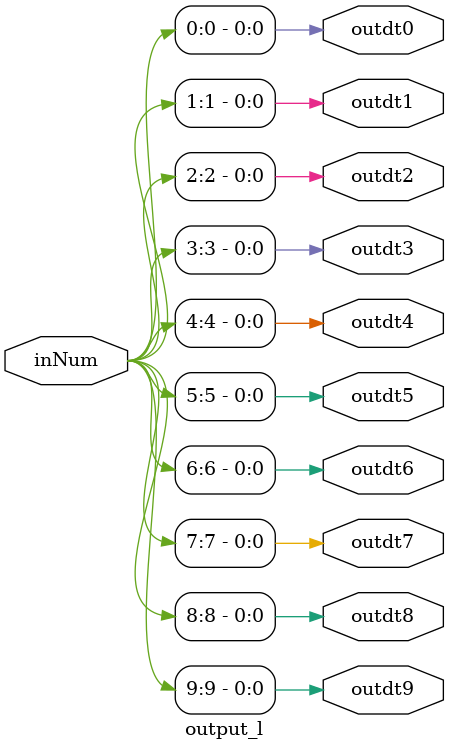
<source format=v>
module output_l(inNum,outdt9,outdt8,outdt7,outdt6,outdt5,outdt4,outdt3,outdt2,outdt1,outdt0);
	input [31:0] inNum;
	output outdt9,outdt8,outdt7,outdt6,outdt5,outdt4,outdt3,outdt2,outdt1,outdt0;
	
	assign outdt9=inNum[9];
	assign outdt8=inNum[8];
	assign outdt7=inNum[7];
	assign outdt6=inNum[6];
	assign outdt5=inNum[5];
	assign outdt4=inNum[4];
	assign outdt3=inNum[3];
	assign outdt2=inNum[2];
	assign outdt1=inNum[1];
	assign outdt0=inNum[0];
	
endmodule

</source>
